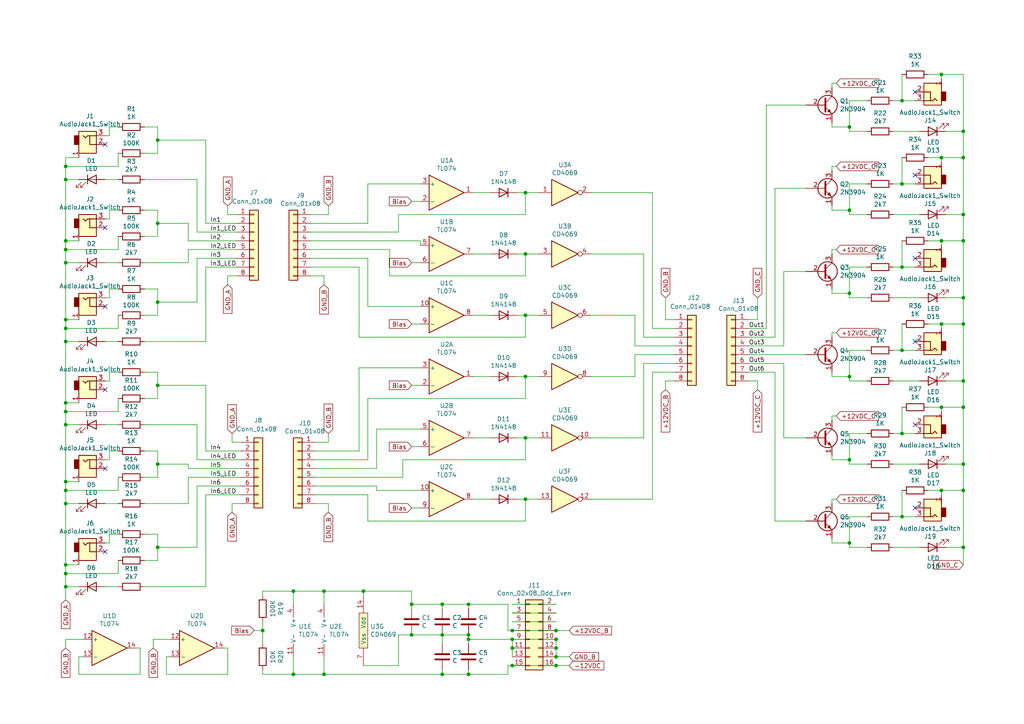
<source format=kicad_sch>
(kicad_sch (version 20250114) (generator "eeschema") (generator_version "9.0")
  (paper "A4")
  (junction (at 279.4 158.75))
  (junction (at 273.05 21.59))
  (junction (at 261.62 101.6))
  (junction (at 152.4 127))
  (junction (at 19.05 139.7))
  (junction (at 161.29 185.42))
  (junction (at 93.98 195.58))
  (junction (at 85.09 171.45))
  (junction (at 279.4 142.24))
  (junction (at 19.05 119.38))
  (junction (at 273.05 45.72))
  (junction (at 135.89 195.58))
  (junction (at 273.05 118.11))
  (junction (at 19.05 92.71))
  (junction (at 273.05 69.85))
  (junction (at 261.62 149.86))
  (junction (at 45.72 87.63))
  (junction (at 45.72 64.77))
  (junction (at 19.05 99.06))
  (junction (at 161.29 193.04))
  (junction (at 246.38 36.83))
  (junction (at 45.72 134.62))
  (junction (at 76.2 182.88))
  (junction (at 19.05 142.24))
  (junction (at 152.4 144.78))
  (junction (at 148.59 182.88))
  (junction (at 148.59 193.04))
  (junction (at 119.38 175.26))
  (junction (at 152.4 109.22))
  (junction (at 105.41 171.45))
  (junction (at 19.05 146.05))
  (junction (at 85.09 195.58))
  (junction (at 279.4 86.36))
  (junction (at 19.05 72.39))
  (junction (at 279.4 62.23))
  (junction (at 161.29 182.88))
  (junction (at 279.4 118.11))
  (junction (at 19.05 123.19))
  (junction (at 246.38 133.35))
  (junction (at 261.62 53.34))
  (junction (at 135.89 175.26))
  (junction (at 246.38 157.48))
  (junction (at 273.05 93.98))
  (junction (at 19.05 95.25))
  (junction (at 279.4 38.1))
  (junction (at 19.05 52.07))
  (junction (at 246.38 60.96))
  (junction (at 128.27 184.15))
  (junction (at 93.98 171.45))
  (junction (at 19.05 76.2))
  (junction (at 279.4 45.72))
  (junction (at 135.89 184.15))
  (junction (at 246.38 85.09))
  (junction (at 279.4 69.85))
  (junction (at 148.59 185.42))
  (junction (at 45.72 40.64))
  (junction (at 19.05 170.18))
  (junction (at 19.05 166.37))
  (junction (at 119.38 184.15))
  (junction (at 261.62 77.47))
  (junction (at 273.05 142.24))
  (junction (at 279.4 93.98))
  (junction (at 246.38 109.22))
  (junction (at 161.29 190.5))
  (junction (at 279.4 134.62))
  (junction (at 152.4 55.88))
  (junction (at 45.72 111.76))
  (junction (at 161.29 187.96))
  (junction (at 19.05 69.85))
  (junction (at 19.05 48.26))
  (junction (at 135.89 185.42))
  (junction (at 45.72 158.75))
  (junction (at 261.62 125.73))
  (junction (at 152.4 73.66))
  (junction (at 19.05 163.83))
  (junction (at 128.27 195.58))
  (junction (at 148.59 187.96))
  (junction (at 152.4 91.44))
  (junction (at 19.05 116.84))
  (junction (at 128.27 175.26))
  (junction (at 261.62 29.21))
  (junction (at 279.4 110.49))
  (no_connect (at 265.43 74.93))
  (no_connect (at 30.48 160.02))
  (no_connect (at 30.48 88.9))
  (no_connect (at 30.48 66.04))
  (no_connect (at 265.43 123.19))
  (no_connect (at 30.48 41.91))
  (no_connect (at 265.43 147.32))
  (no_connect (at 30.48 135.89))
  (no_connect (at 265.43 50.8))
  (no_connect (at 30.48 113.03))
  (no_connect (at 265.43 26.67))
  (no_connect (at 265.43 99.06))
  (wire (pts (xy 41.91 60.96) (xy 45.72 60.96)))
  (wire (pts (xy 273.05 45.72) (xy 273.05 46.99)))
  (wire (pts (xy 224.79 151.13) (xy 233.68 151.13)))
  (wire (pts (xy 93.98 80.01) (xy 93.98 82.55)))
  (wire (pts (xy 241.3 36.83) (xy 246.38 36.83)))
  (wire (pts (xy 109.22 135.89) (xy 109.22 124.46)))
  (wire (pts (xy 39.37 187.96) (xy 40.64 187.96)))
  (wire (pts (xy 242.57 96.52) (xy 241.3 96.52)))
  (wire (pts (xy 31.75 133.35) (xy 31.75 130.81)))
  (wire (pts (xy 19.05 69.85) (xy 22.86 69.85)))
  (wire (pts (xy 195.58 95.25) (xy 189.23 95.25)))
  (wire (pts (xy 45.72 134.62) (xy 45.72 138.43)))
  (wire (pts (xy 219.71 92.71) (xy 219.71 86.36)))
  (wire (pts (xy 135.89 195.58) (xy 147.32 195.58)))
  (wire (pts (xy 137.16 144.78) (xy 142.24 144.78)))
  (wire (pts (xy 217.17 107.95) (xy 224.79 107.95)))
  (wire (pts (xy 45.72 107.95) (xy 45.72 111.76)))
  (wire (pts (xy 90.17 80.01) (xy 93.98 80.01)))
  (wire (pts (xy 19.05 185.42) (xy 19.05 187.96)))
  (wire (pts (xy 246.38 101.6) (xy 246.38 109.22)))
  (wire (pts (xy 161.29 193.04) (xy 148.59 193.04)))
  (wire (pts (xy 217.17 92.71) (xy 219.71 92.71)))
  (wire (pts (xy 227.33 105.41) (xy 227.33 127)))
  (wire (pts (xy 274.32 38.1) (xy 279.4 38.1)))
  (wire (pts (xy 34.29 142.24) (xy 19.05 142.24)))
  (wire (pts (xy 44.45 185.42) (xy 44.45 187.96)))
  (wire (pts (xy 184.15 109.22) (xy 171.45 109.22)))
  (wire (pts (xy 193.04 86.36) (xy 193.04 92.71)))
  (wire (pts (xy 269.24 93.98) (xy 273.05 93.98)))
  (wire (pts (xy 279.4 69.85) (xy 273.05 69.85)))
  (wire (pts (xy 148.59 190.5) (xy 148.59 187.96)))
  (wire (pts (xy 106.68 143.51) (xy 106.68 151.13)))
  (wire (pts (xy 30.48 157.48) (xy 31.75 157.48)))
  (wire (pts (xy 261.62 142.24) (xy 261.62 149.86)))
  (wire (pts (xy 161.29 180.34) (xy 148.59 180.34)))
  (wire (pts (xy 41.91 76.2) (xy 54.61 76.2)))
  (wire (pts (xy 76.2 182.88) (xy 73.66 182.88)))
  (wire (pts (xy 261.62 118.11) (xy 261.62 125.73)))
  (wire (pts (xy 106.68 88.9) (xy 121.92 88.9)))
  (wire (pts (xy 279.4 142.24) (xy 279.4 158.75)))
  (wire (pts (xy 279.4 45.72) (xy 273.05 45.72)))
  (wire (pts (xy 161.29 185.42) (xy 161.29 187.96)))
  (wire (pts (xy 149.86 109.22) (xy 152.4 109.22)))
  (wire (pts (xy 241.3 85.09) (xy 246.38 85.09)))
  (wire (pts (xy 54.61 138.43) (xy 54.61 146.05)))
  (wire (pts (xy 95.25 62.23) (xy 90.17 62.23)))
  (wire (pts (xy 57.15 52.07) (xy 57.15 67.31)))
  (wire (pts (xy 105.41 171.45) (xy 105.41 172.72)))
  (wire (pts (xy 119.38 175.26) (xy 128.27 175.26)))
  (wire (pts (xy 246.38 85.09) (xy 246.38 86.36)))
  (wire (pts (xy 19.05 142.24) (xy 19.05 146.05)))
  (wire (pts (xy 135.89 175.26) (xy 128.27 175.26)))
  (wire (pts (xy 41.91 154.94) (xy 45.72 154.94)))
  (wire (pts (xy 246.38 133.35) (xy 246.38 134.62)))
  (wire (pts (xy 259.08 134.62) (xy 266.7 134.62)))
  (wire (pts (xy 241.3 109.22) (xy 246.38 109.22)))
  (wire (pts (xy 66.04 187.96) (xy 66.04 195.58)))
  (wire (pts (xy 76.2 186.69) (xy 76.2 182.88)))
  (wire (pts (xy 269.24 45.72) (xy 273.05 45.72)))
  (wire (pts (xy 76.2 182.88) (xy 76.2 180.34)))
  (wire (pts (xy 149.86 127) (xy 152.4 127)))
  (wire (pts (xy 269.24 118.11) (xy 273.05 118.11)))
  (wire (pts (xy 222.25 30.48) (xy 233.68 30.48)))
  (wire (pts (xy 279.4 86.36) (xy 279.4 93.98)))
  (wire (pts (xy 246.38 36.83) (xy 246.38 38.1)))
  (wire (pts (xy 184.15 91.44) (xy 184.15 100.33)))
  (wire (pts (xy 19.05 99.06) (xy 19.05 116.84)))
  (wire (pts (xy 31.75 63.5) (xy 31.75 60.96)))
  (wire (pts (xy 152.4 127) (xy 156.21 127)))
  (wire (pts (xy 115.57 67.31) (xy 115.57 62.23)))
  (wire (pts (xy 30.48 63.5) (xy 31.75 63.5)))
  (wire (pts (xy 217.17 95.25) (xy 222.25 95.25)))
  (wire (pts (xy 186.69 105.41) (xy 186.69 127)))
  (wire (pts (xy 152.4 62.23) (xy 152.4 55.88)))
  (wire (pts (xy 241.3 107.95) (xy 241.3 109.22)))
  (wire (pts (xy 137.16 55.88) (xy 142.24 55.88)))
  (wire (pts (xy 261.62 101.6) (xy 265.43 101.6)))
  (wire (pts (xy 241.3 156.21) (xy 241.3 157.48)))
  (wire (pts (xy 68.58 72.39) (xy 54.61 72.39)))
  (wire (pts (xy 147.32 175.26) (xy 135.89 175.26)))
  (wire (pts (xy 279.4 21.59) (xy 273.05 21.59)))
  (wire (pts (xy 137.16 127) (xy 142.24 127)))
  (wire (pts (xy 57.15 87.63) (xy 45.72 87.63)))
  (wire (pts (xy 19.05 139.7) (xy 22.86 139.7)))
  (wire (pts (xy 279.4 21.59) (xy 279.4 38.1)))
  (wire (pts (xy 251.46 149.86) (xy 246.38 149.86)))
  (wire (pts (xy 261.62 93.98) (xy 261.62 101.6)))
  (wire (pts (xy 40.64 187.96) (xy 40.64 195.58)))
  (wire (pts (xy 91.44 130.81) (xy 104.14 130.81)))
  (wire (pts (xy 246.38 134.62) (xy 251.46 134.62)))
  (wire (pts (xy 40.64 195.58) (xy 22.86 195.58)))
  (wire (pts (xy 45.72 111.76) (xy 45.72 115.57)))
  (wire (pts (xy 261.62 29.21) (xy 265.43 29.21)))
  (wire (pts (xy 34.29 162.56) (xy 34.29 166.37)))
  (wire (pts (xy 91.44 133.35) (xy 106.68 133.35)))
  (wire (pts (xy 68.58 77.47) (xy 59.69 77.47)))
  (wire (pts (xy 45.72 68.58) (xy 41.91 68.58)))
  (wire (pts (xy 41.91 130.81) (xy 45.72 130.81)))
  (wire (pts (xy 19.05 139.7) (xy 19.05 142.24)))
  (wire (pts (xy 241.3 24.13) (xy 241.3 25.4)))
  (wire (pts (xy 165.1 193.04) (xy 161.29 193.04)))
  (wire (pts (xy 68.58 64.77) (xy 59.69 64.77)))
  (wire (pts (xy 261.62 21.59) (xy 261.62 29.21)))
  (wire (pts (xy 59.69 40.64) (xy 45.72 40.64)))
  (wire (pts (xy 109.22 124.46) (xy 121.92 124.46)))
  (wire (pts (xy 69.85 140.97) (xy 57.15 140.97)))
  (wire (pts (xy 19.05 146.05) (xy 19.05 163.83)))
  (wire (pts (xy 261.62 69.85) (xy 261.62 77.47)))
  (wire (pts (xy 128.27 194.31) (xy 128.27 195.58)))
  (wire (pts (xy 41.91 146.05) (xy 54.61 146.05)))
  (wire (pts (xy 128.27 186.69) (xy 128.27 184.15)))
  (wire (pts (xy 115.57 62.23) (xy 152.4 62.23)))
  (wire (pts (xy 34.29 72.39) (xy 19.05 72.39)))
  (wire (pts (xy 45.72 40.64) (xy 45.72 44.45)))
  (wire (pts (xy 152.4 73.66) (xy 156.21 73.66)))
  (wire (pts (xy 19.05 72.39) (xy 19.05 76.2)))
  (wire (pts (xy 261.62 53.34) (xy 265.43 53.34)))
  (wire (pts (xy 147.32 195.58) (xy 147.32 193.04)))
  (wire (pts (xy 90.17 74.93) (xy 106.68 74.93)))
  (wire (pts (xy 109.22 142.24) (xy 121.92 142.24)))
  (wire (pts (xy 241.3 72.39) (xy 241.3 73.66)))
  (wire (pts (xy 274.32 158.75) (xy 279.4 158.75)))
  (wire (pts (xy 45.72 60.96) (xy 45.72 64.77)))
  (wire (pts (xy 227.33 100.33) (xy 217.17 100.33)))
  (wire (pts (xy 85.09 171.45) (xy 93.98 171.45)))
  (wire (pts (xy 31.75 157.48) (xy 31.75 154.94)))
  (wire (pts (xy 241.3 120.65) (xy 241.3 121.92)))
  (wire (pts (xy 241.3 144.78) (xy 241.3 146.05)))
  (wire (pts (xy 259.08 53.34) (xy 261.62 53.34)))
  (wire (pts (xy 57.15 123.19) (xy 57.15 133.35)))
  (wire (pts (xy 233.68 102.87) (xy 217.17 102.87)))
  (wire (pts (xy 224.79 97.79) (xy 217.17 97.79)))
  (wire (pts (xy 186.69 127) (xy 171.45 127)))
  (wire (pts (xy 19.05 52.07) (xy 19.05 69.85)))
  (wire (pts (xy 34.29 52.07) (xy 30.48 52.07)))
  (wire (pts (xy 45.72 138.43) (xy 41.91 138.43)))
  (wire (pts (xy 259.08 38.1) (xy 266.7 38.1)))
  (wire (pts (xy 184.15 100.33) (xy 195.58 100.33)))
  (wire (pts (xy 69.85 146.05) (xy 67.31 146.05)))
  (wire (pts (xy 19.05 92.71) (xy 19.05 95.25)))
  (wire (pts (xy 59.69 111.76) (xy 59.69 130.81)))
  (wire (pts (xy 31.75 60.96) (xy 34.29 60.96)))
  (wire (pts (xy 184.15 102.87) (xy 184.15 109.22)))
  (wire (pts (xy 217.17 110.49) (xy 219.71 110.49)))
  (wire (pts (xy 137.16 91.44) (xy 142.24 91.44)))
  (wire (pts (xy 246.38 38.1) (xy 251.46 38.1)))
  (wire (pts (xy 104.14 130.81) (xy 104.14 106.68)))
  (wire (pts (xy 95.25 59.69) (xy 95.25 62.23)))
  (wire (pts (xy 19.05 116.84) (xy 19.05 119.38)))
  (wire (pts (xy 19.05 123.19) (xy 19.05 139.7)))
  (wire (pts (xy 68.58 62.23) (xy 66.04 62.23)))
  (wire (pts (xy 95.25 128.27) (xy 91.44 128.27)))
  (wire (pts (xy 45.72 64.77) (xy 45.72 68.58)))
  (wire (pts (xy 152.4 133.35) (xy 152.4 127)))
  (wire (pts (xy 135.89 185.42) (xy 135.89 184.15)))
  (wire (pts (xy 57.15 133.35) (xy 69.85 133.35)))
  (wire (pts (xy 269.24 142.24) (xy 273.05 142.24)))
  (wire (pts (xy 119.38 76.2) (xy 121.92 76.2)))
  (wire (pts (xy 59.69 143.51) (xy 59.69 170.18)))
  (wire (pts (xy 279.4 69.85) (xy 279.4 86.36)))
  (wire (pts (xy 22.86 76.2) (xy 19.05 76.2)))
  (wire (pts (xy 69.85 128.27) (xy 67.31 128.27)))
  (wire (pts (xy 41.91 170.18) (xy 59.69 170.18)))
  (wire (pts (xy 251.46 29.21) (xy 246.38 29.21)))
  (wire (pts (xy 128.27 195.58) (xy 135.89 195.58)))
  (wire (pts (xy 34.29 68.58) (xy 34.29 72.39)))
  (wire (pts (xy 135.89 175.26) (xy 135.89 176.53)))
  (wire (pts (xy 261.62 125.73) (xy 265.43 125.73)))
  (wire (pts (xy 59.69 77.47) (xy 59.69 99.06)))
  (wire (pts (xy 273.05 69.85) (xy 273.05 71.12)))
  (wire (pts (xy 69.85 143.51) (xy 59.69 143.51)))
  (wire (pts (xy 90.17 64.77) (xy 106.68 64.77)))
  (wire (pts (xy 161.29 185.42) (xy 148.59 185.42)))
  (wire (pts (xy 91.44 135.89) (xy 109.22 135.89)))
  (wire (pts (xy 64.77 187.96) (xy 66.04 187.96)))
  (wire (pts (xy 41.91 107.95) (xy 45.72 107.95)))
  (wire (pts (xy 67.31 128.27) (xy 67.31 125.73)))
  (wire (pts (xy 246.38 109.22) (xy 246.38 110.49)))
  (wire (pts (xy 274.32 86.36) (xy 279.4 86.36)))
  (wire (pts (xy 34.29 95.25) (xy 19.05 95.25)))
  (wire (pts (xy 57.15 67.31) (xy 68.58 67.31)))
  (wire (pts (xy 57.15 74.93) (xy 57.15 87.63)))
  (wire (pts (xy 45.72 64.77) (xy 54.61 64.77)))
  (wire (pts (xy 121.92 129.54) (xy 119.38 129.54)))
  (wire (pts (xy 233.68 78.74) (xy 227.33 78.74)))
  (wire (pts (xy 34.29 166.37) (xy 19.05 166.37)))
  (wire (pts (xy 34.29 48.26) (xy 19.05 48.26)))
  (wire (pts (xy 246.38 29.21) (xy 246.38 36.83)))
  (wire (pts (xy 195.58 110.49) (xy 193.04 110.49)))
  (wire (pts (xy 19.05 170.18) (xy 19.05 173.99)))
  (wire (pts (xy 91.44 143.51) (xy 106.68 143.51)))
  (wire (pts (xy 45.72 111.76) (xy 59.69 111.76)))
  (wire (pts (xy 45.72 130.81) (xy 45.72 134.62)))
  (wire (pts (xy 152.4 80.01) (xy 152.4 73.66)))
  (wire (pts (xy 69.85 138.43) (xy 54.61 138.43)))
  (wire (pts (xy 121.92 69.85) (xy 121.92 71.12)))
  (wire (pts (xy 121.92 111.76) (xy 119.38 111.76)))
  (wire (pts (xy 104.14 106.68) (xy 121.92 106.68)))
  (wire (pts (xy 91.44 146.05) (xy 95.25 146.05)))
  (wire (pts (xy 171.45 73.66) (xy 186.69 73.66)))
  (wire (pts (xy 137.16 73.66) (xy 142.24 73.66)))
  (wire (pts (xy 241.3 96.52) (xy 241.3 97.79)))
  (wire (pts (xy 261.62 77.47) (xy 265.43 77.47)))
  (wire (pts (xy 34.29 44.45) (xy 34.29 48.26)))
  (wire (pts (xy 137.16 109.22) (xy 142.24 109.22)))
  (wire (pts (xy 19.05 95.25) (xy 19.05 99.06)))
  (wire (pts (xy 128.27 175.26) (xy 128.27 176.53)))
  (wire (pts (xy 149.86 144.78) (xy 152.4 144.78)))
  (wire (pts (xy 242.57 144.78) (xy 241.3 144.78)))
  (wire (pts (xy 165.1 190.5) (xy 161.29 190.5)))
  (wire (pts (xy 274.32 110.49) (xy 279.4 110.49)))
  (wire (pts (xy 22.86 170.18) (xy 19.05 170.18)))
  (wire (pts (xy 152.4 115.57) (xy 152.4 109.22)))
  (wire (pts (xy 57.15 140.97) (xy 57.15 158.75)))
  (wire (pts (xy 246.38 149.86) (xy 246.38 157.48)))
  (wire (pts (xy 19.05 48.26) (xy 19.05 52.07)))
  (wire (pts (xy 217.17 105.41) (xy 227.33 105.41)))
  (wire (pts (xy 41.91 36.83) (xy 45.72 36.83)))
  (wire (pts (xy 152.4 151.13) (xy 152.4 144.78)))
  (wire (pts (xy 41.91 52.07) (xy 57.15 52.07)))
  (wire (pts (xy 34.29 115.57) (xy 34.29 119.38)))
  (wire (pts (xy 224.79 54.61) (xy 224.79 97.79)))
  (wire (pts (xy 90.17 77.47) (xy 104.14 77.47)))
  (wire (pts (xy 24.13 185.42) (xy 19.05 185.42)))
  (wire (pts (xy 148.59 175.26) (xy 161.29 175.26)))
  (wire (pts (xy 31.75 39.37) (xy 31.75 36.83)))
  (wire (pts (xy 19.05 45.72) (xy 22.86 45.72)))
  (wire (pts (xy 31.75 36.83) (xy 34.29 36.83)))
  (wire (pts (xy 19.05 92.71) (xy 22.86 92.71)))
  (wire (pts (xy 113.03 80.01) (xy 152.4 80.01)))
  (wire (pts (xy 19.05 45.72) (xy 19.05 48.26)))
  (wire (pts (xy 259.08 125.73) (xy 261.62 125.73)))
  (wire (pts (xy 54.61 64.77) (xy 54.61 69.85)))
  (wire (pts (xy 106.68 64.77) (xy 106.68 53.34)))
  (wire (pts (xy 34.29 119.38) (xy 19.05 119.38)))
  (wire (pts (xy 273.05 118.11) (xy 273.05 119.38)))
  (wire (pts (xy 119.38 58.42) (xy 121.92 58.42)))
  (wire (pts (xy 19.05 163.83) (xy 19.05 166.37)))
  (wire (pts (xy 152.4 97.79) (xy 152.4 91.44)))
  (wire (pts (xy 105.41 193.04) (xy 115.57 193.04)))
  (wire (pts (xy 128.27 184.15) (xy 135.89 184.15)))
  (wire (pts (xy 241.3 83.82) (xy 241.3 85.09)))
  (wire (pts (xy 246.38 110.49) (xy 251.46 110.49)))
  (wire (pts (xy 30.48 110.49) (xy 31.75 110.49)))
  (wire (pts (xy 90.17 72.39) (xy 113.03 72.39)))
  (wire (pts (xy 76.2 171.45) (xy 76.2 172.72)))
  (wire (pts (xy 171.45 91.44) (xy 184.15 91.44)))
  (wire (pts (xy 106.68 53.34) (xy 121.92 53.34)))
  (wire (pts (xy 148.59 182.88) (xy 147.32 182.88)))
  (wire (pts (xy 67.31 146.05) (xy 67.31 148.59)))
  (wire (pts (xy 45.72 115.57) (xy 41.91 115.57)))
  (wire (pts (xy 186.69 97.79) (xy 195.58 97.79)))
  (wire (pts (xy 105.41 171.45) (xy 119.38 171.45)))
  (wire (pts (xy 54.61 134.62) (xy 45.72 134.62)))
  (wire (pts (xy 66.04 80.01) (xy 66.04 82.55)))
  (wire (pts (xy 59.69 130.81) (xy 69.85 130.81)))
  (wire (pts (xy 195.58 102.87) (xy 184.15 102.87)))
  (wire (pts (xy 119.38 175.26) (xy 119.38 176.53)))
  (wire (pts (xy 22.86 195.58) (xy 22.86 190.5)))
  (wire (pts (xy 241.3 157.48) (xy 246.38 157.48)))
  (wire (pts (xy 85.09 171.45) (xy 76.2 171.45)))
  (wire (pts (xy 152.4 144.78) (xy 156.21 144.78)))
  (wire (pts (xy 149.86 91.44) (xy 152.4 91.44)))
  (wire (pts (xy 45.72 91.44) (xy 41.91 91.44)))
  (wire (pts (xy 30.48 39.37) (xy 31.75 39.37)))
  (wire (pts (xy 259.08 29.21) (xy 261.62 29.21)))
  (wire (pts (xy 91.44 140.97) (xy 109.22 140.97)))
  (wire (pts (xy 279.4 134.62) (xy 279.4 142.24)))
  (wire (pts (xy 269.24 21.59) (xy 273.05 21.59)))
  (wire (pts (xy 30.48 86.36) (xy 31.75 86.36)))
  (wire (pts (xy 106.68 115.57) (xy 152.4 115.57)))
  (wire (pts (xy 186.69 73.66) (xy 186.69 97.79)))
  (wire (pts (xy 19.05 116.84) (xy 22.86 116.84)))
  (wire (pts (xy 241.3 133.35) (xy 246.38 133.35)))
  (wire (pts (xy 41.91 99.06) (xy 59.69 99.06)))
  (wire (pts (xy 246.38 77.47) (xy 246.38 85.09)))
  (wire (pts (xy 259.08 158.75) (xy 266.7 158.75)))
  (wire (pts (xy 241.3 35.56) (xy 241.3 36.83)))
  (wire (pts (xy 31.75 83.82) (xy 34.29 83.82)))
  (wire (pts (xy 242.57 120.65) (xy 241.3 120.65)))
  (wire (pts (xy 31.75 107.95) (xy 34.29 107.95)))
  (wire (pts (xy 49.53 185.42) (xy 44.45 185.42)))
  (wire (pts (xy 85.09 195.58) (xy 93.98 195.58)))
  (wire (pts (xy 189.23 144.78) (xy 171.45 144.78)))
  (wire (pts (xy 135.89 195.58) (xy 135.89 194.31)))
  (wire (pts (xy 91.44 138.43) (xy 116.84 138.43)))
  (wire (pts (xy 241.3 48.26) (xy 241.3 49.53)))
  (wire (pts (xy 259.08 110.49) (xy 266.7 110.49)))
  (wire (pts (xy 147.32 193.04) (xy 148.59 193.04)))
  (wire (pts (xy 34.29 170.18) (xy 30.48 170.18)))
  (wire (pts (xy 147.32 182.88) (xy 147.32 175.26)))
  (wire (pts (xy 22.86 190.5) (xy 24.13 190.5)))
  (wire (pts (xy 113.03 72.39) (xy 113.03 80.01)))
  (wire (pts (xy 246.38 158.75) (xy 251.46 158.75)))
  (wire (pts (xy 161.29 177.8) (xy 148.59 177.8)))
  (wire (pts (xy 90.17 67.31) (xy 115.57 67.31)))
  (wire (pts (xy 246.38 62.23) (xy 251.46 62.23)))
  (wire (pts (xy 45.72 36.83) (xy 45.72 40.64)))
  (wire (pts (xy 233.68 54.61) (xy 224.79 54.61)))
  (wire (pts (xy 90.17 69.85) (xy 121.92 69.85)))
  (wire (pts (xy 279.4 45.72) (xy 279.4 62.23)))
  (wire (pts (xy 274.32 134.62) (xy 279.4 134.62)))
  (wire (pts (xy 34.29 99.06) (xy 30.48 99.06)))
  (wire (pts (xy 48.26 195.58) (xy 48.26 190.5)))
  (wire (pts (xy 246.38 86.36) (xy 251.46 86.36)))
  (wire (pts (xy 106.68 151.13) (xy 152.4 151.13)))
  (wire (pts (xy 45.72 44.45) (xy 41.91 44.45)))
  (wire (pts (xy 259.08 62.23) (xy 266.7 62.23)))
  (wire (pts (xy 227.33 127) (xy 233.68 127)))
  (wire (pts (xy 246.38 60.96) (xy 246.38 62.23)))
  (wire (pts (xy 273.05 21.59) (xy 273.05 22.86)))
  (wire (pts (xy 251.46 77.47) (xy 246.38 77.47)))
  (wire (pts (xy 246.38 125.73) (xy 246.38 133.35)))
  (wire (pts (xy 54.61 72.39) (xy 54.61 76.2)))
  (wire (pts (xy 261.62 45.72) (xy 261.62 53.34)))
  (wire (pts (xy 219.71 110.49) (xy 219.71 113.03)))
  (wire (pts (xy 109.22 140.97) (xy 109.22 142.24)))
  (wire (pts (xy 95.25 146.05) (xy 95.25 148.59)))
  (wire (pts (xy 106.68 74.93) (xy 106.68 88.9)))
  (wire (pts (xy 121.92 147.32) (xy 119.38 147.32)))
  (wire (pts (xy 93.98 171.45) (xy 105.41 171.45)))
  (wire (pts (xy 69.85 135.89) (xy 54.61 135.89)))
  (wire (pts (xy 259.08 86.36) (xy 266.7 86.36)))
  (wire (pts (xy 273.05 93.98) (xy 273.05 95.25)))
  (wire (pts (xy 68.58 80.01) (xy 66.04 80.01)))
  (wire (pts (xy 148.59 185.42) (xy 135.89 185.42)))
  (wire (pts (xy 152.4 91.44) (xy 156.21 91.44)))
  (wire (pts (xy 115.57 193.04) (xy 115.57 184.15)))
  (wire (pts (xy 241.3 60.96) (xy 246.38 60.96)))
  (wire (pts (xy 274.32 62.23) (xy 279.4 62.23)))
  (wire (pts (xy 115.57 184.15) (xy 119.38 184.15)))
  (wire (pts (xy 269.24 69.85) (xy 273.05 69.85)))
  (wire (pts (xy 135.89 186.69) (xy 135.89 185.42)))
  (wire (pts (xy 259.08 149.86) (xy 261.62 149.86)))
  (wire (pts (xy 242.57 72.39) (xy 241.3 72.39)))
  (wire (pts (xy 85.09 195.58) (xy 76.2 195.58)))
  (wire (pts (xy 31.75 86.36) (xy 31.75 83.82)))
  (wire (pts (xy 66.04 195.58) (xy 48.26 195.58)))
  (wire (pts (xy 31.75 154.94) (xy 34.29 154.94)))
  (wire (pts (xy 106.68 133.35) (xy 106.68 115.57)))
  (wire (pts (xy 93.98 171.45) (xy 93.98 175.26)))
  (wire (pts (xy 279.4 110.49) (xy 279.4 118.11)))
  (wire (pts (xy 19.05 166.37) (xy 19.05 170.18)))
  (wire (pts (xy 279.4 93.98) (xy 279.4 110.49)))
  (wire (pts (xy 30.48 133.35) (xy 31.75 133.35)))
  (wire (pts (xy 45.72 87.63) (xy 45.72 91.44)))
  (wire (pts (xy 31.75 130.81) (xy 34.29 130.81)))
  (wire (pts (xy 22.86 52.07) (xy 19.05 52.07)))
  (wire (pts (xy 19.05 163.83) (xy 22.86 163.83)))
  (wire (pts (xy 34.29 146.05) (xy 30.48 146.05)))
  (wire (pts (xy 31.75 110.49) (xy 31.75 107.95)))
  (wire (pts (xy 119.38 184.15) (xy 128.27 184.15)))
  (wire (pts (xy 54.61 135.89) (xy 54.61 134.62)))
  (wire (pts (xy 279.4 118.11) (xy 273.05 118.11)))
  (wire (pts (xy 259.08 101.6) (xy 261.62 101.6)))
  (wire (pts (xy 54.61 69.85) (xy 68.58 69.85)))
  (wire (pts (xy 85.09 190.5) (xy 85.09 195.58)))
  (wire (pts (xy 45.72 83.82) (xy 45.72 87.63)))
  (wire (pts (xy 57.15 158.75) (xy 45.72 158.75)))
  (wire (pts (xy 246.38 157.48) (xy 246.38 158.75)))
  (wire (pts (xy 195.58 105.41) (xy 186.69 105.41)))
  (wire (pts (xy 161.29 182.88) (xy 148.59 182.88)))
  (wire (pts (xy 189.23 55.88) (xy 171.45 55.88)))
  (wire (pts (xy 251.46 125.73) (xy 246.38 125.73)))
  (wire (pts (xy 222.25 95.25) (xy 222.25 30.48)))
  (wire (pts (xy 148.59 187.96) (xy 148.59 185.42)))
  (wire (pts (xy 59.69 64.77) (xy 59.69 40.64)))
  (wire (pts (xy 41.91 83.82) (xy 45.72 83.82)))
  (wire (pts (xy 259.08 77.47) (xy 261.62 77.47)))
  (wire (pts (xy 189.23 95.25) (xy 189.23 55.88)))
  (wire (pts (xy 76.2 195.58) (xy 76.2 194.31)))
  (wire (pts (xy 104.14 77.47) (xy 104.14 97.79)))
  (wire (pts (xy 19.05 119.38) (xy 19.05 123.19)))
  (wire (pts (xy 45.72 154.94) (xy 45.72 158.75)))
  (wire (pts (xy 45.72 158.75) (xy 45.72 162.56)))
  (wire (pts (xy 19.05 69.85) (xy 19.05 72.39)))
  (wire (pts (xy 224.79 107.95) (xy 224.79 151.13)))
  (wire (pts (xy 34.29 138.43) (xy 34.29 142.24)))
  (wire (pts (xy 279.4 93.98) (xy 273.05 93.98)))
  (wire (pts (xy 34.29 91.44) (xy 34.29 95.25)))
  (wire (pts (xy 45.72 162.56) (xy 41.91 162.56)))
  (wire (pts (xy 251.46 53.34) (xy 246.38 53.34)))
  (wire (pts (xy 246.38 53.34) (xy 246.38 60.96)))
  (wire (pts (xy 195.58 107.95) (xy 189.23 107.95)))
  (wire (pts (xy 241.3 132.08) (xy 241.3 133.35)))
  (wire (pts (xy 261.62 149.86) (xy 265.43 149.86)))
  (wire (pts (xy 95.25 125.73) (xy 95.25 128.27)))
  (wire (pts (xy 279.4 142.24) (xy 273.05 142.24)))
  (wire (pts (xy 161.29 187.96) (xy 161.29 190.5)))
  (wire (pts (xy 227.33 78.74) (xy 227.33 100.33)))
  (wire (pts (xy 66.04 62.23) (xy 66.04 59.69)))
  (wire (pts (xy 68.58 74.93) (xy 57.15 74.93)))
  (wire (pts (xy 241.3 59.69) (xy 241.3 60.96)))
  (wire (pts (xy 279.4 163.83) (xy 279.4 158.75)))
  (wire (pts (xy 85.09 175.26) (xy 85.09 171.45)))
  (wire (pts (xy 22.86 123.19) (xy 19.05 123.19)))
  (wire (pts (xy 193.04 92.71) (xy 195.58 92.71)))
  (wire (pts (xy 165.1 182.88) (xy 161.29 182.88)))
  (wire (pts (xy 34.29 76.2) (xy 30.48 76.2)))
  (wire (pts (xy 22.86 146.05) (xy 19.05 146.05)))
  (wire (pts (xy 19.05 76.2) (xy 19.05 92.71)))
  (wire (pts (xy 34.29 123.19) (xy 30.48 123.19)))
  (wire (pts (xy 116.84 138.43) (xy 116.84 133.35)))
  (wire (pts (xy 128.27 195.58) (xy 93.98 195.58)))
  (wire (pts (xy 279.4 62.23) (xy 279.4 69.85)))
  (wire (pts (xy 121.92 93.98) (xy 119.38 93.98)))
  (wire (pts (xy 149.86 73.66) (xy 152.4 73.66)))
  (wire (pts (xy 242.57 48.26) (xy 241.3 48.26)))
  (wire (pts (xy 41.91 123.19) (xy 57.15 123.19)))
  (wire (pts (xy 104.14 97.79) (xy 152.4 97.79)))
  (wire (pts (xy 273.05 142.24) (xy 273.05 143.51)))
  (wire (pts (xy 279.4 118.11) (xy 279.4 134.62)))
  (wire (pts (xy 152.4 55.88) (xy 156.21 55.88)))
  (wire (pts (xy 193.04 110.49) (xy 193.04 113.03)))
  (wire (pts (xy 152.4 109.22) (xy 156.21 109.22)))
  (wire (pts (xy 22.86 99.06) (xy 19.05 99.06)))
  (wire (pts (xy 149.86 55.88) (xy 152.4 55.88)))
  (wire (pts (xy 251.46 101.6) (xy 246.38 101.6)))
  (wire (pts (xy 48.26 190.5) (xy 49.53 190.5)))
  (wire (pts (xy 119.38 171.45) (xy 119.38 175.26)))
  (wire (pts (xy 189.23 107.95) (xy 189.23 144.78)))
  (wire (pts (xy 279.4 38.1) (xy 279.4 45.72)))
  (wire (pts (xy 116.84 133.35) (xy 152.4 133.35)))
  (wire (pts (xy 242.57 24.13) (xy 241.3 24.13)))
  (wire (pts (xy 93.98 195.58) (xy 93.98 190.5)))
  (label "In3_LED" (at 60.96 77.47 0))
  (label "In4" (at 60.96 130.81 0))
  (label "In5" (at 60.96 135.89 0))
  (label "In6" (at 60.96 140.97 0))
  (label "Out1" (at 217.17 95.25 0))
  (label "Out4" (at 217.17 102.87 0))
  (label "Out6" (at 217.17 107.95 0))
  (label "In5_LED" (at 60.96 138.43 0))
  (label "In1" (at 60.96 64.77 0))
  (label "In1_LED" (at 60.96 67.31 0))
  (label "In2_LED" (at 60.96 72.39 0))
  (label "In2" (at 60.96 69.85 0))
  (label "Out5" (at 217.17 105.41 0))
  (label "In3" (at 60.96 74.93 0))
  (label "In4_LED" (at 60.96 133.35 0))
  (label "Out3" (at 217.17 100.33 0))
  (label "In6_LED" (at 60.96 143.51 0))
  (label "Out2" (at 217.17 97.79 0))
  (global_label "GND_B" (shape input) (at 95.25 148.59 270) (property "Intersheetrefs" "${INTERSHEET_REFS}" (effects (hide yes))))
  (global_label "+12VDC_B" (shape input) (at 193.04 113.03 270) (property "Intersheetrefs" "${INTERSHEET_REFS}" (effects (hide yes))))
  (global_label "Bias" (shape input) (at 119.38 129.54 180) (property "Intersheetrefs" "${INTERSHEET_REFS}" (effects (hide yes))))
  (global_label "GND_B" (shape input) (at 19.05 187.96 270) (property "Intersheetrefs" "${INTERSHEET_REFS}" (effects (hide yes))))
  (global_label "-12VDC" (shape input) (at 165.1 193.04 0) (property "Intersheetrefs" "${INTERSHEET_REFS}" (effects (hide yes))))
  (global_label "Bias" (shape input) (at 119.38 58.42 180) (property "Intersheetrefs" "${INTERSHEET_REFS}" (effects (hide yes))))
  (global_label "+12VDC_C" (shape input) (at 242.57 120.65 0) (property "Intersheetrefs" "${INTERSHEET_REFS}" (effects (hide yes))))
  (global_label "+12VDC_C" (shape input) (at 219.71 113.03 270) (property "Intersheetrefs" "${INTERSHEET_REFS}" (effects (hide yes))))
  (global_label "GND_B" (shape input) (at 95.25 59.69 90) (property "Intersheetrefs" "${INTERSHEET_REFS}" (effects (hide yes))))
  (global_label "GND_A" (shape input) (at 67.31 125.73 90) (property "Intersheetrefs" "${INTERSHEET_REFS}" (effects (hide yes))))
  (global_label "GND_A" (shape input) (at 67.31 148.59 270) (property "Intersheetrefs" "${INTERSHEET_REFS}" (effects (hide yes))))
  (global_label "GND_B" (shape input) (at 165.1 190.5 0) (property "Intersheetrefs" "${INTERSHEET_REFS}" (effects (hide yes))))
  (global_label "+12VDC_C" (shape input) (at 242.57 144.78 0) (property "Intersheetrefs" "${INTERSHEET_REFS}" (effects (hide yes))))
  (global_label "+12VDC_C" (shape input) (at 242.57 24.13 0) (property "Intersheetrefs" "${INTERSHEET_REFS}" (effects (hide yes))))
  (global_label "Bias" (shape input) (at 119.38 93.98 180) (property "Intersheetrefs" "${INTERSHEET_REFS}" (effects (hide yes))))
  (global_label "+12VDC_C" (shape input) (at 242.57 72.39 0) (property "Intersheetrefs" "${INTERSHEET_REFS}" (effects (hide yes))))
  (global_label "+12VDC_C" (shape input) (at 242.57 96.52 0) (property "Intersheetrefs" "${INTERSHEET_REFS}" (effects (hide yes))))
  (global_label "GND_A" (shape input) (at 66.04 82.55 270) (property "Intersheetrefs" "${INTERSHEET_REFS}" (effects (hide yes))))
  (global_label "GND_B" (shape input) (at 193.04 86.36 90) (property "Intersheetrefs" "${INTERSHEET_REFS}" (effects (hide yes))))
  (global_label "GND_B" (shape input) (at 93.98 82.55 270) (property "Intersheetrefs" "${INTERSHEET_REFS}" (effects (hide yes))))
  (global_label "GND_A" (shape input) (at 66.04 59.69 90) (property "Intersheetrefs" "${INTERSHEET_REFS}" (effects (hide yes))))
  (global_label "Bias" (shape input) (at 119.38 111.76 180) (property "Intersheetrefs" "${INTERSHEET_REFS}" (effects (hide yes))))
  (global_label "GND_B" (shape input) (at 44.45 187.96 270) (property "Intersheetrefs" "${INTERSHEET_REFS}" (effects (hide yes))))
  (global_label "GND_B" (shape input) (at 95.25 125.73 90) (property "Intersheetrefs" "${INTERSHEET_REFS}" (effects (hide yes))))
  (global_label "+12VDC_B" (shape input) (at 165.1 182.88 0) (property "Intersheetrefs" "${INTERSHEET_REFS}" (effects (hide yes))))
  (global_label "GND_C" (shape input) (at 279.4 163.83 180) (property "Intersheetrefs" "${INTERSHEET_REFS}" (effects (hide yes))))
  (global_label "Bias" (shape input) (at 73.66 182.88 180) (property "Intersheetrefs" "${INTERSHEET_REFS}" (effects (hide yes))))
  (global_label "Bias" (shape input) (at 119.38 76.2 180) (property "Intersheetrefs" "${INTERSHEET_REFS}" (effects (hide yes))))
  (global_label "GND_C" (shape input) (at 219.71 86.36 90) (property "Intersheetrefs" "${INTERSHEET_REFS}" (effects (hide yes))))
  (global_label "Bias" (shape input) (at 119.38 147.32 180) (property "Intersheetrefs" "${INTERSHEET_REFS}" (effects (hide yes))))
  (global_label "+12VDC_C" (shape input) (at 242.57 48.26 0) (property "Intersheetrefs" "${INTERSHEET_REFS}" (effects (hide yes))))
  (global_label "GND_A" (shape input) (at 19.05 173.99 270) (property "Intersheetrefs" "${INTERSHEET_REFS}" (effects (hide yes))))
  (symbol (lib_id "Custom_Lib:CD4069") (at 163.83 55.88 0) (unit 1)
    (property "Reference" "U3" (at 163.83 47.8282 0))
    (property "Value" "CD4069" (at 163.83 50.1396 0))
    (property "Footprint" "Housings_DIP:DIP-14_W7.62mm_Socket" (effects (hide yes)))
  )
  (symbol (lib_id "Custom_Lib:CD4069") (at 163.83 73.66 0) (unit 2)
    (property "Reference" "U3" (at 163.83 65.6082 0))
    (property "Value" "CD4069" (at 163.83 67.9196 0))
    (property "Footprint" "Housings_DIP:DIP-14_W7.62mm_Socket" (effects (hide yes)))
  )
  (symbol (lib_id "Custom_Lib:CD4069") (at 163.83 91.44 0) (unit 3)
    (property "Reference" "U3" (at 163.83 83.3882 0))
    (property "Value" "CD4069" (at 163.83 85.6996 0))
    (property "Footprint" "Housings_DIP:DIP-14_W7.62mm_Socket" (effects (hide yes)))
  )
  (symbol (lib_id "Custom_Lib:CD4069") (at 163.83 109.22 0) (unit 4)
    (property "Reference" "U3" (at 163.83 101.1682 0))
    (property "Value" "CD4069" (at 163.83 103.4796 0))
    (property "Footprint" "Housings_DIP:DIP-14_W7.62mm_Socket" (effects (hide yes)))
  )
  (symbol (lib_id "Custom_Lib:CD4069") (at 163.83 127 0) (unit 5)
    (property "Reference" "U3" (at 163.83 118.9482 0))
    (property "Value" "CD4069" (at 163.83 121.2596 0))
    (property "Footprint" "Housings_DIP:DIP-14_W7.62mm_Socket" (effects (hide yes)))
  )
  (symbol (lib_id "Custom_Lib:CD4069") (at 163.83 144.78 0) (unit 6)
    (property "Reference" "U3" (at 163.83 136.7282 0))
    (property "Value" "CD4069" (at 163.83 139.0396 0))
    (property "Footprint" "Housings_DIP:DIP-14_W7.62mm_Socket" (effects (hide yes)))
  )
  (symbol (lib_id "Custom_Lib:CD4069") (at 105.41 182.88 0) (unit 7)
    (property "Reference" "U3" (at 107.3912 181.7116 0) (effects (justify left)))
    (property "Value" "CD4069" (at 107.3912 184.023 0) (effects (justify left)))
    (property "Footprint" "Housings_DIP:DIP-14_W7.62mm_Socket" (effects (hide yes)))
  )
  (symbol (lib_id "Amplifier_Operational:TL074") (at 129.54 55.88 0) (unit 1)
    (property "Reference" "U1" (at 129.54 46.5582 0))
    (property "Value" "TL074" (at 129.54 48.8696 0))
    (property "Footprint" "Housings_DIP:DIP-14_W7.62mm_Socket" (effects (hide yes)))
    (property "Datasheet" "http://www.ti.com/lit/ds/symlink/tl071.pdf" (effects (hide yes)))
  )
  (symbol (lib_id "Amplifier_Operational:TL074") (at 129.54 73.66 0) (unit 2)
    (property "Reference" "U1" (at 129.54 64.3382 0))
    (property "Value" "TL074" (at 129.54 66.6496 0))
    (property "Footprint" "Housings_DIP:DIP-14_W7.62mm_Socket" (effects (hide yes)))
    (property "Datasheet" "http://www.ti.com/lit/ds/symlink/tl071.pdf" (effects (hide yes)))
  )
  (symbol (lib_id "Amplifier_Operational:TL074") (at 129.54 91.44 0) (unit 3)
    (property "Reference" "U1" (at 129.54 82.1182 0))
    (property "Value" "TL074" (at 129.54 84.4296 0))
    (property "Footprint" "Housings_DIP:DIP-14_W7.62mm_Socket" (effects (hide yes)))
    (property "Datasheet" "http://www.ti.com/lit/ds/symlink/tl071.pdf" (effects (hide yes)))
  )
  (symbol (lib_id "Amplifier_Operational:TL074") (at 31.75 187.96 0) (unit 4)
    (property "Reference" "U1" (at 31.75 178.6382 0))
    (property "Value" "TL074" (at 31.75 180.9496 0))
    (property "Footprint" "Housings_DIP:DIP-14_W7.62mm_Socket" (effects (hide yes)))
    (property "Datasheet" "http://www.ti.com/lit/ds/symlink/tl071.pdf" (effects (hide yes)))
  )
  (symbol (lib_id "Amplifier_Operational:TL074") (at 129.54 109.22 0) (unit 1)
    (property "Reference" "U2" (at 129.54 99.8982 0))
    (property "Value" "TL074" (at 129.54 102.2096 0))
    (property "Footprint" "Housings_DIP:DIP-14_W7.62mm_Socket" (effects (hide yes)))
    (property "Datasheet" "http://www.ti.com/lit/ds/symlink/tl071.pdf" (effects (hide yes)))
  )
  (symbol (lib_id "Amplifier_Operational:TL074") (at 129.54 127 0) (unit 2)
    (property "Reference" "U2" (at 129.54 117.6782 0))
    (property "Value" "TL074" (at 129.54 119.9896 0))
    (property "Footprint" "Housings_DIP:DIP-14_W7.62mm_Socket" (effects (hide yes)))
    (property "Datasheet" "http://www.ti.com/lit/ds/symlink/tl071.pdf" (effects (hide yes)))
  )
  (symbol (lib_id "Amplifier_Operational:TL074") (at 129.54 144.78 0) (unit 3)
    (property "Reference" "U2" (at 129.54 135.4582 0))
    (property "Value" "TL074" (at 129.54 137.7696 0))
    (property "Footprint" "Housings_DIP:DIP-14_W7.62mm_Socket" (effects (hide yes)))
    (property "Datasheet" "http://www.ti.com/lit/ds/symlink/tl071.pdf" (effects (hide yes)))
  )
  (symbol (lib_id "Amplifier_Operational:TL074") (at 57.15 187.96 0) (unit 4)
    (property "Reference" "U2" (at 57.15 178.6382 0))
    (property "Value" "TL074" (at 57.15 180.9496 0))
    (property "Footprint" "Housings_DIP:DIP-14_W7.62mm_Socket" (effects (hide yes)))
    (property "Datasheet" "http://www.ti.com/lit/ds/symlink/tl071.pdf" (effects (hide yes)))
  )
  (symbol (lib_id "Amplifier_Operational:TL074") (at 96.52 182.88 0) (unit 5)
    (property "Reference" "U2" (at 95.4532 181.7116 0) (effects (justify left)))
    (property "Value" "TL074" (at 95.4532 184.023 0) (effects (justify left)))
    (property "Footprint" "Housings_DIP:DIP-14_W7.62mm_Socket" (effects (hide yes)))
    (property "Datasheet" "http://www.ti.com/lit/ds/symlink/tl071.pdf" (effects (hide yes)))
  )
  (symbol (lib_id "Amplifier_Operational:TL074") (at 87.63 182.88 0) (unit 5)
    (property "Reference" "U1" (at 86.5632 181.7116 0) (effects (justify left)))
    (property "Value" "TL074" (at 86.5632 184.023 0) (effects (justify left)))
    (property "Footprint" "Housings_DIP:DIP-14_W7.62mm_Socket" (effects (hide yes)))
    (property "Datasheet" "http://www.ti.com/lit/ds/symlink/tl071.pdf" (effects (hide yes)))
  )
  (symbol (lib_id "Diode:1N4148") (at 146.05 55.88 180) (unit 1)
    (property "Reference" "D7" (at 146.05 50.3936 0))
    (property "Value" "1N4148" (at 146.05 52.705 0))
    (property "Footprint" "Diodes_THT:D_DO-35_SOD27_P7.62mm_Horizontal" (effects (hide yes)))
    (property "Datasheet" "https://assets.nexperia.com/documents/data-sheet/1N4148_1N4448.pdf" (effects (hide yes)))
  )
  (symbol (lib_id "Transistor_BJT:2N3904") (at 238.76 30.48 0) (unit 1)
    (property "Reference" "Q1" (at 243.586 29.3116 0) (effects (justify left)))
    (property "Value" "2N3904" (at 243.586 31.623 0) (effects (justify left)))
    (property "Footprint" "TO_SOT_Packages_THT:TO-92_Inline_Wide" (effects (hide yes)))
    (property "Datasheet" "https://www.fairchildsemi.com/datasheets/2N/2N3904.pdf" (effects (hide yes)))
  )
  (symbol (lib_id "Device:LED") (at 26.67 52.07 0) (unit 1)
    (property "Reference" "D1" (at 26.4922 46.5836 0))
    (property "Value" "LED" (at 26.4922 48.895 0))
    (property "Footprint" "LEDs:LED_Rectangular_W3.9mm_H1.9mm" (effects (hide yes)))
  )
  (symbol (lib_id "Device:R") (at 38.1 36.83 270) (unit 1)
    (property "Reference" "R1" (at 38.1 31.5722 90))
    (property "Value" "1K" (at 38.1 33.8836 90))
    (property "Footprint" "Resistors_THT:R_Axial_DIN0207_L6.3mm_D2.5mm_P10.16mm_Horizontal" (effects (hide yes)))
  )
  (symbol (lib_id "Device:C") (at 119.38 180.34 0) (unit 1)
    (property "Reference" "C1" (at 122.301 179.1716 0) (effects (justify left)))
    (property "Value" "C" (at 122.301 181.483 0) (effects (justify left)))
    (property "Footprint" "Capacitors_THT:C_Disc_D5.0mm_W2.5mm_P2.50mm" (effects (hide yes)))
  )
  (symbol (lib_id "Connector_Generic:Conn_01x08") (at 73.66 69.85 0) (unit 1)
    (property "Reference" "J7" (at 72.39 55.88 0) (effects (justify left)))
    (property "Value" "Conn_01x08" (at 67.31 58.42 0) (effects (justify left)))
    (property "Footprint" "Pin_Headers:Pin_Header_Straight_1x08_Pitch2.54mm" (effects (hide yes)))
  )
  (symbol (lib_id "Connector_Generic:Conn_02x08_Odd_Even") (at 153.67 182.88 0) (unit 1)
    (property "Reference" "J11" (at 154.94 169.7482 0))
    (property "Value" "Conn_02x08_Odd_Even" (at 154.94 172.0596 0))
    (property "Footprint" "Pin_Headers:Pin_Header_Straight_2x08_Pitch2.54mm" (effects (hide yes)))
  )
  (symbol (lib_id "Custom_Lib:AudioJack1_Switch") (at 25.4 41.91 0) (unit 1)
    (property "Reference" "J1" (at 26.1112 33.655 0))
    (property "Value" "AudioJack1_Switch" (at 26.1112 35.9664 0))
    (property "Footprint" "Custom_Library:Mono_Jack_3.5mm_Switch_Switchcraft_35RAPC2AH3" (effects (hide yes)))
  )
  (symbol (lib_id "Connector_Generic:Conn_01x08") (at 74.93 135.89 0) (unit 1)
    (property "Reference" "J8" (at 73.66 121.92 0) (effects (justify left)))
    (property "Value" "Conn_01x08" (at 68.58 124.46 0) (effects (justify left)))
    (property "Footprint" "Pin_Headers:Pin_Header_Straight_1x08_Pitch2.54mm" (effects (hide yes)))
  )
  (symbol (lib_id "Connector_Generic:Conn_01x08") (at 85.09 69.85 0) (mirror y) (unit 1)
    (property "Reference" "J9" (at 87.1728 56.7182 0))
    (property "Value" "Conn_01x08" (at 87.1728 59.0296 0))
    (property "Footprint" "Pin_Headers:Pin_Header_Straight_1x08_Pitch2.54mm" (effects (hide yes)))
  )
  (symbol (lib_id "Connector_Generic:Conn_01x08") (at 86.36 135.89 0) (mirror y) (unit 1)
    (property "Reference" "J10" (at 88.4428 122.7582 0))
    (property "Value" "Conn_01x08" (at 88.4428 125.0696 0))
    (property "Footprint" "Pin_Headers:Pin_Header_Straight_1x08_Pitch2.54mm" (effects (hide yes)))
  )
  (symbol (lib_id "Connector_Generic:Conn_01x08") (at 200.66 100.33 0) (unit 1)
    (property "Reference" "J12" (at 199.39 86.36 0) (effects (justify left)))
    (property "Value" "Conn_01x08" (at 194.31 88.9 0) (effects (justify left)))
    (property "Footprint" "Pin_Headers:Pin_Header_Straight_1x08_Pitch2.54mm" (effects (hide yes)))
  )
  (symbol (lib_id "Connector_Generic:Conn_01x08") (at 212.09 100.33 0) (mirror y) (unit 1)
    (property "Reference" "J13" (at 214.1728 87.1982 0))
    (property "Value" "Conn_01x08" (at 214.1728 89.5096 0))
    (property "Footprint" "Pin_Headers:Pin_Header_Straight_1x08_Pitch2.54mm" (effects (hide yes)))
  )
  (symbol (lib_id "Diode:1N4148") (at 146.05 73.66 180) (unit 1)
    (property "Reference" "D8" (at 146.05 68.1736 0))
    (property "Value" "1N4148" (at 146.05 70.485 0))
    (property "Footprint" "Diodes_THT:D_DO-35_SOD27_P7.62mm_Horizontal" (effects (hide yes)))
    (property "Datasheet" "https://assets.nexperia.com/documents/data-sheet/1N4148_1N4448.pdf" (effects (hide yes)))
  )
  (symbol (lib_id "Diode:1N4148") (at 146.05 91.44 180) (unit 1)
    (property "Reference" "D9" (at 146.05 85.9536 0))
    (property "Value" "1N4148" (at 146.05 88.265 0))
    (property "Footprint" "Diodes_THT:D_DO-35_SOD27_P7.62mm_Horizontal" (effects (hide yes)))
    (property "Datasheet" "https://assets.nexperia.com/documents/data-sheet/1N4148_1N4448.pdf" (effects (hide yes)))
  )
  (symbol (lib_id "Diode:1N4148") (at 146.05 109.22 180) (unit 1)
    (property "Reference" "D10" (at 146.05 103.7336 0))
    (property "Value" "1N4148" (at 146.05 106.045 0))
    (property "Footprint" "Diodes_THT:D_DO-35_SOD27_P7.62mm_Horizontal" (effects (hide yes)))
    (property "Datasheet" "https://assets.nexperia.com/documents/data-sheet/1N4148_1N4448.pdf" (effects (hide yes)))
  )
  (symbol (lib_id "Diode:1N4148") (at 146.05 127 180) (unit 1)
    (property "Reference" "D11" (at 146.05 121.5136 0))
    (property "Value" "1N4148" (at 146.05 123.825 0))
    (property "Footprint" "Diodes_THT:D_DO-35_SOD27_P7.62mm_Horizontal" (effects (hide yes)))
    (property "Datasheet" "https://assets.nexperia.com/documents/data-sheet/1N4148_1N4448.pdf" (effects (hide yes)))
  )
  (symbol (lib_id "Diode:1N4148") (at 146.05 144.78 180) (unit 1)
    (property "Reference" "D12" (at 146.05 139.2936 0))
    (property "Value" "1N4148" (at 146.05 141.605 0))
    (property "Footprint" "Diodes_THT:D_DO-35_SOD27_P7.62mm_Horizontal" (effects (hide yes)))
    (property "Datasheet" "https://assets.nexperia.com/documents/data-sheet/1N4148_1N4448.pdf" (effects (hide yes)))
  )
  (symbol (lib_id "Device:R") (at 38.1 44.45 270) (unit 1)
    (property "Reference" "R2" (at 38.1 39.1922 90))
    (property "Value" "100K" (at 38.1 41.5036 90))
    (property "Footprint" "Resistors_THT:R_Axial_DIN0207_L6.3mm_D2.5mm_P10.16mm_Horizontal" (effects (hide yes)))
  )
  (symbol (lib_id "Device:R") (at 38.1 52.07 270) (unit 1)
    (property "Reference" "R3" (at 38.1 46.8122 90))
    (property "Value" "2k7" (at 38.1 49.1236 90))
    (property "Footprint" "Resistors_THT:R_Axial_DIN0207_L6.3mm_D2.5mm_P10.16mm_Horizontal" (effects (hide yes)))
  )
  (symbol (lib_id "Device:R") (at 38.1 76.2 270) (unit 1)
    (property "Reference" "R6" (at 38.1 70.9422 90))
    (property "Value" "2k7" (at 38.1 73.2536 90))
    (property "Footprint" "Resistors_THT:R_Axial_DIN0207_L6.3mm_D2.5mm_P10.16mm_Horizontal" (effects (hide yes)))
  )
  (symbol (lib_id "Device:R") (at 38.1 68.58 270) (unit 1)
    (property "Reference" "R5" (at 38.1 63.3222 90))
    (property "Value" "100K" (at 38.1 65.6336 90))
    (property "Footprint" "Resistors_THT:R_Axial_DIN0207_L6.3mm_D2.5mm_P10.16mm_Horizontal" (effects (hide yes)))
  )
  (symbol (lib_id "Custom_Lib:AudioJack1_Switch") (at 25.4 66.04 0) (unit 1)
    (property "Reference" "J2" (at 26.1112 57.785 0))
    (property "Value" "AudioJack1_Switch" (at 26.1112 60.0964 0))
    (property "Footprint" "Custom_Library:Mono_Jack_3.5mm_Switch_Switchcraft_35RAPC2AH3" (effects (hide yes)))
  )
  (symbol (lib_id "Device:R") (at 38.1 60.96 270) (unit 1)
    (property "Reference" "R4" (at 38.1 55.7022 90))
    (property "Value" "1K" (at 38.1 58.0136 90))
    (property "Footprint" "Resistors_THT:R_Axial_DIN0207_L6.3mm_D2.5mm_P10.16mm_Horizontal" (effects (hide yes)))
  )
  (symbol (lib_id "Device:LED") (at 26.67 76.2 0) (unit 1)
    (property "Reference" "D2" (at 26.4922 70.7136 0))
    (property "Value" "LED" (at 26.4922 73.025 0))
    (property "Footprint" "LEDs:LED_Rectangular_W3.9mm_H1.9mm" (effects (hide yes)))
  )
  (symbol (lib_id "Device:R") (at 38.1 99.06 270) (unit 1)
    (property "Reference" "R9" (at 38.1 93.8022 90))
    (property "Value" "2k7" (at 38.1 96.1136 90))
    (property "Footprint" "Resistors_THT:R_Axial_DIN0207_L6.3mm_D2.5mm_P10.16mm_Horizontal" (effects (hide yes)))
  )
  (symbol (lib_id "Device:R") (at 38.1 91.44 270) (unit 1)
    (property "Reference" "R8" (at 38.1 86.1822 90))
    (property "Value" "100K" (at 38.1 88.4936 90))
    (property "Footprint" "Resistors_THT:R_Axial_DIN0207_L6.3mm_D2.5mm_P10.16mm_Horizontal" (effects (hide yes)))
  )
  (symbol (lib_id "Custom_Lib:AudioJack1_Switch") (at 25.4 88.9 0) (unit 1)
    (property "Reference" "J3" (at 26.1112 80.645 0))
    (property "Value" "AudioJack1_Switch" (at 26.1112 82.9564 0))
    (property "Footprint" "Custom_Library:Mono_Jack_3.5mm_Switch_Switchcraft_35RAPC2AH3" (effects (hide yes)))
  )
  (symbol (lib_id "Device:R") (at 38.1 83.82 270) (unit 1)
    (property "Reference" "R7" (at 38.1 78.5622 90))
    (property "Value" "1K" (at 38.1 80.8736 90))
    (property "Footprint" "Resistors_THT:R_Axial_DIN0207_L6.3mm_D2.5mm_P10.16mm_Horizontal" (effects (hide yes)))
  )
  (symbol (lib_id "Device:LED") (at 26.67 99.06 0) (unit 1)
    (property "Reference" "D3" (at 26.4922 93.5736 0))
    (property "Value" "LED" (at 26.4922 95.885 0))
    (property "Footprint" "LEDs:LED_Rectangular_W3.9mm_H1.9mm" (effects (hide yes)))
  )
  (symbol (lib_id "Device:R") (at 38.1 123.19 270) (unit 1)
    (property "Reference" "R12" (at 38.1 117.9322 90))
    (property "Value" "2k7" (at 38.1 120.2436 90))
    (property "Footprint" "Resistors_THT:R_Axial_DIN0207_L6.3mm_D2.5mm_P10.16mm_Horizontal" (effects (hide yes)))
  )
  (symbol (lib_id "Device:R") (at 38.1 115.57 270) (unit 1)
    (property "Reference" "R11" (at 38.1 110.3122 90))
    (property "Value" "100K" (at 38.1 112.6236 90))
    (property "Footprint" "Resistors_THT:R_Axial_DIN0207_L6.3mm_D2.5mm_P10.16mm_Horizontal" (effects (hide yes)))
  )
  (symbol (lib_id "Custom_Lib:AudioJack1_Switch") (at 25.4 113.03 0) (unit 1)
    (property "Reference" "J4" (at 26.1112 104.775 0))
    (property "Value" "AudioJack1_Switch" (at 26.1112 107.0864 0))
    (property "Footprint" "Custom_Library:Mono_Jack_3.5mm_Switch_Switchcraft_35RAPC2AH3" (effects (hide yes)))
  )
  (symbol (lib_id "Device:R") (at 38.1 107.95 270) (unit 1)
    (property "Reference" "R10" (at 38.1 102.6922 90))
    (property "Value" "1K" (at 38.1 105.0036 90))
    (property "Footprint" "Resistors_THT:R_Axial_DIN0207_L6.3mm_D2.5mm_P10.16mm_Horizontal" (effects (hide yes)))
  )
  (symbol (lib_id "Device:LED") (at 26.67 123.19 0) (unit 1)
    (property "Reference" "D4" (at 26.4922 117.7036 0))
    (property "Value" "LED" (at 26.4922 120.015 0))
    (property "Footprint" "LEDs:LED_Rectangular_W3.9mm_H1.9mm" (effects (hide yes)))
  )
  (symbol (lib_id "Device:R") (at 38.1 146.05 270) (unit 1)
    (property "Reference" "R15" (at 38.1 140.7922 90))
    (property "Value" "2k7" (at 38.1 143.1036 90))
    (property "Footprint" "Resistors_THT:R_Axial_DIN0207_L6.3mm_D2.5mm_P10.16mm_Horizontal" (effects (hide yes)))
  )
  (symbol (lib_id "Device:R") (at 38.1 138.43 270) (unit 1)
    (property "Reference" "R14" (at 38.1 133.1722 90))
    (property "Value" "100K" (at 38.1 135.4836 90))
    (property "Footprint" "Resistors_THT:R_Axial_DIN0207_L6.3mm_D2.5mm_P10.16mm_Horizontal" (effects (hide yes)))
  )
  (symbol (lib_id "Custom_Lib:AudioJack1_Switch") (at 25.4 135.89 0) (unit 1)
    (property "Reference" "J5" (at 26.1112 127.635 0))
    (property "Value" "AudioJack1_Switch" (at 26.1112 129.9464 0))
    (property "Footprint" "Custom_Library:Mono_Jack_3.5mm_Switch_Switchcraft_35RAPC2AH3" (effects (hide yes)))
  )
  (symbol (lib_id "Device:R") (at 38.1 130.81 270) (unit 1)
    (property "Reference" "R13" (at 38.1 125.5522 90))
    (property "Value" "1K" (at 38.1 127.8636 90))
    (property "Footprint" "Resistors_THT:R_Axial_DIN0207_L6.3mm_D2.5mm_P10.16mm_Horizontal" (effects (hide yes)))
  )
  (symbol (lib_id "Device:LED") (at 26.67 146.05 0) (unit 1)
    (property "Reference" "D5" (at 26.4922 140.5636 0))
    (property "Value" "LED" (at 26.4922 142.875 0))
    (property "Footprint" "LEDs:LED_Rectangular_W3.9mm_H1.9mm" (effects (hide yes)))
  )
  (symbol (lib_id "Device:R") (at 38.1 170.18 270) (unit 1)
    (property "Reference" "R18" (at 38.1 164.9222 90))
    (property "Value" "2k7" (at 38.1 167.2336 90))
    (property "Footprint" "Resistors_THT:R_Axial_DIN0207_L6.3mm_D2.5mm_P10.16mm_Horizontal" (effects (hide yes)))
  )
  (symbol (lib_id "Device:R") (at 38.1 162.56 270) (unit 1)
    (property "Reference" "R17" (at 38.1 157.3022 90))
    (property "Value" "100K" (at 38.1 159.6136 90))
    (property "Footprint" "Resistors_THT:R_Axial_DIN0207_L6.3mm_D2.5mm_P10.16mm_Horizontal" (effects (hide yes)))
  )
  (symbol (lib_id "Custom_Lib:AudioJack1_Switch") (at 25.4 160.02 0) (unit 1)
    (property "Reference" "J6" (at 26.1112 151.765 0))
    (property "Value" "AudioJack1_Switch" (at 26.1112 154.0764 0))
    (property "Footprint" "Custom_Library:Mono_Jack_3.5mm_Switch_Switchcraft_35RAPC2AH3" (effects (hide yes)))
  )
  (symbol (lib_id "Device:R") (at 38.1 154.94 270) (unit 1)
    (property "Reference" "R16" (at 38.1 149.6822 90))
    (property "Value" "1K" (at 38.1 151.9936 90))
    (property "Footprint" "Resistors_THT:R_Axial_DIN0207_L6.3mm_D2.5mm_P10.16mm_Horizontal" (effects (hide yes)))
  )
  (symbol (lib_id "Device:LED") (at 26.67 170.18 0) (unit 1)
    (property "Reference" "D6" (at 26.4922 164.6936 0))
    (property "Value" "LED" (at 26.4922 167.005 0))
    (property "Footprint" "LEDs:LED_Rectangular_W3.9mm_H1.9mm" (effects (hide yes)))
  )
  (symbol (lib_id "Device:C") (at 128.27 180.34 0) (unit 1)
    (property "Reference" "C2" (at 131.191 179.1716 0) (effects (justify left)))
    (property "Value" "C" (at 131.191 181.483 0) (effects (justify left)))
    (property "Footprint" "Capacitors_THT:C_Disc_D5.0mm_W2.5mm_P2.50mm" (effects (hide yes)))
  )
  (symbol (lib_id "Device:C") (at 135.89 180.34 0) (unit 1)
    (property "Reference" "C4" (at 138.811 179.1716 0) (effects (justify left)))
    (property "Value" "C" (at 138.811 181.483 0) (effects (justify left)))
    (property "Footprint" "Capacitors_THT:C_Disc_D5.0mm_W2.5mm_P2.50mm" (effects (hide yes)))
  )
  (symbol (lib_id "Device:C") (at 128.27 190.5 0) (unit 1)
    (property "Reference" "C3" (at 131.191 189.3316 0) (effects (justify left)))
    (property "Value" "C" (at 131.191 191.643 0) (effects (justify left)))
    (property "Footprint" "Capacitors_THT:C_Disc_D5.0mm_W2.5mm_P2.50mm" (effects (hide yes)))
  )
  (symbol (lib_id "Device:C") (at 135.89 190.5 0) (unit 1)
    (property "Reference" "C5" (at 138.811 189.3316 0) (effects (justify left)))
    (property "Value" "C" (at 138.811 191.643 0) (effects (justify left)))
    (property "Footprint" "Capacitors_THT:C_Disc_D5.0mm_W2.5mm_P2.50mm" (effects (hide yes)))
  )
  (symbol (lib_id "Device:R") (at 255.27 38.1 270) (unit 1)
    (property "Reference" "R22" (at 255.27 32.8422 90))
    (property "Value" "2k7" (at 255.27 35.1536 90))
    (property "Footprint" "Resistors_THT:R_Axial_DIN0207_L6.3mm_D2.5mm_P10.16mm_Horizontal" (effects (hide yes)))
  )
  (symbol (lib_id "Custom_Lib:AudioJack1_Switch") (at 270.51 26.67 180) (unit 1)
    (property "Reference" "J14" (at 269.7988 34.925 0))
    (property "Value" "AudioJack1_Switch" (at 269.7988 32.6136 0))
    (property "Footprint" "Custom_Library:Mono_Jack_3.5mm_Switch_Switchcraft_35RAPC2AH3" (effects (hide yes)))
  )
  (symbol (lib_id "Device:R") (at 265.43 21.59 270) (unit 1)
    (property "Reference" "R33" (at 265.43 16.3322 90))
    (property "Value" "1K" (at 265.43 18.6436 90))
    (property "Footprint" "Resistors_THT:R_Axial_DIN0207_L6.3mm_D2.5mm_P10.16mm_Horizontal" (effects (hide yes)))
  )
  (symbol (lib_id "Device:R") (at 255.27 29.21 270) (unit 1)
    (property "Reference" "R21" (at 255.27 23.9522 90))
    (property "Value" "1K" (at 255.27 26.2636 90))
    (property "Footprint" "Resistors_THT:R_Axial_DIN0207_L6.3mm_D2.5mm_P10.16mm_Horizontal" (effects (hide yes)))
  )
  (symbol (lib_id "Device:LED") (at 270.51 38.1 180) (unit 1)
    (property "Reference" "D13" (at 270.6878 43.5864 0))
    (property "Value" "LED" (at 270.6878 41.275 0))
    (property "Footprint" "LEDs:LED_Rectangular_W3.9mm_H1.9mm" (effects (hide yes)))
  )
  (symbol (lib_id "Transistor_BJT:2N3904") (at 238.76 54.61 0) (unit 1)
    (property "Reference" "Q2" (at 243.586 53.4416 0) (effects (justify left)))
    (property "Value" "2N3904" (at 243.586 55.753 0) (effects (justify left)))
    (property "Footprint" "TO_SOT_Packages_THT:TO-92_Inline_Wide" (effects (hide yes)))
    (property "Datasheet" "https://www.fairchildsemi.com/datasheets/2N/2N3904.pdf" (effects (hide yes)))
  )
  (symbol (lib_id "Device:R") (at 255.27 62.23 270) (unit 1)
    (property "Reference" "R24" (at 255.27 56.9722 90))
    (property "Value" "2k7" (at 255.27 59.2836 90))
    (property "Footprint" "Resistors_THT:R_Axial_DIN0207_L6.3mm_D2.5mm_P10.16mm_Horizontal" (effects (hide yes)))
  )
  (symbol (lib_id "Custom_Lib:AudioJack1_Switch") (at 270.51 50.8 180) (unit 1)
    (property "Reference" "J15" (at 269.7988 59.055 0))
    (property "Value" "AudioJack1_Switch" (at 269.7988 56.7436 0))
    (property "Footprint" "Custom_Library:Mono_Jack_3.5mm_Switch_Switchcraft_35RAPC2AH3" (effects (hide yes)))
  )
  (symbol (lib_id "Device:R") (at 265.43 45.72 270) (unit 1)
    (property "Reference" "R34" (at 265.43 40.4622 90))
    (property "Value" "1K" (at 265.43 42.7736 90))
    (property "Footprint" "Resistors_THT:R_Axial_DIN0207_L6.3mm_D2.5mm_P10.16mm_Horizontal" (effects (hide yes)))
  )
  (symbol (lib_id "Device:R") (at 255.27 53.34 270) (unit 1)
    (property "Reference" "R23" (at 255.27 48.0822 90))
    (property "Value" "1K" (at 255.27 50.3936 90))
    (property "Footprint" "Resistors_THT:R_Axial_DIN0207_L6.3mm_D2.5mm_P10.16mm_Horizontal" (effects (hide yes)))
  )
  (symbol (lib_id "Device:LED") (at 270.51 62.23 180) (unit 1)
    (property "Reference" "D14" (at 270.6878 67.7164 0))
    (property "Value" "LED" (at 270.6878 65.405 0))
    (property "Footprint" "LEDs:LED_Rectangular_W3.9mm_H1.9mm" (effects (hide yes)))
  )
  (symbol (lib_id "Transistor_BJT:2N3904") (at 238.76 78.74 0) (unit 1)
    (property "Reference" "Q3" (at 243.586 77.5716 0) (effects (justify left)))
    (property "Value" "2N3904" (at 243.586 79.883 0) (effects (justify left)))
    (property "Footprint" "TO_SOT_Packages_THT:TO-92_Inline_Wide" (effects (hide yes)))
    (property "Datasheet" "https://www.fairchildsemi.com/datasheets/2N/2N3904.pdf" (effects (hide yes)))
  )
  (symbol (lib_id "Device:R") (at 255.27 86.36 270) (unit 1)
    (property "Reference" "R26" (at 255.27 81.1022 90))
    (property "Value" "2k7" (at 255.27 83.4136 90))
    (property "Footprint" "Resistors_THT:R_Axial_DIN0207_L6.3mm_D2.5mm_P10.16mm_Horizontal" (effects (hide yes)))
  )
  (symbol (lib_id "Custom_Lib:AudioJack1_Switch") (at 270.51 74.93 180) (unit 1)
    (property "Reference" "J16" (at 269.7988 83.185 0))
    (property "Value" "AudioJack1_Switch" (at 269.7988 80.8736 0))
    (property "Footprint" "Custom_Library:Mono_Jack_3.5mm_Switch_Switchcraft_35RAPC2AH3" (effects (hide yes)))
  )
  (symbol (lib_id "Device:R") (at 265.43 69.85 270) (unit 1)
    (property "Reference" "R35" (at 265.43 64.5922 90))
    (property "Value" "1K" (at 265.43 66.9036 90))
    (property "Footprint" "Resistors_THT:R_Axial_DIN0207_L6.3mm_D2.5mm_P10.16mm_Horizontal" (effects (hide yes)))
  )
  (symbol (lib_id "Device:R") (at 255.27 77.47 270) (unit 1)
    (property "Reference" "R25" (at 255.27 72.2122 90))
    (property "Value" "1K" (at 255.27 74.5236 90))
    (property "Footprint" "Resistors_THT:R_Axial_DIN0207_L6.3mm_D2.5mm_P10.16mm_Horizontal" (effects (hide yes)))
  )
  (symbol (lib_id "Device:LED") (at 270.51 86.36 180) (unit 1)
    (property "Reference" "D15" (at 270.6878 91.8464 0))
    (property "Value" "LED" (at 270.6878 89.535 0))
    (property "Footprint" "LEDs:LED_Rectangular_W3.9mm_H1.9mm" (effects (hide yes)))
  )
  (symbol (lib_id "Transistor_BJT:2N3904") (at 238.76 102.87 0) (unit 1)
    (property "Reference" "Q4" (at 243.586 101.7016 0) (effects (justify left)))
    (property "Value" "2N3904" (at 243.586 104.013 0) (effects (justify left)))
    (property "Footprint" "TO_SOT_Packages_THT:TO-92_Inline_Wide" (effects (hide yes)))
    (property "Datasheet" "https://www.fairchildsemi.com/datasheets/2N/2N3904.pdf" (effects (hide yes)))
  )
  (symbol (lib_id "Device:R") (at 255.27 110.49 270) (unit 1)
    (property "Reference" "R28" (at 255.27 105.2322 90))
    (property "Value" "2k7" (at 255.27 107.5436 90))
    (property "Footprint" "Resistors_THT:R_Axial_DIN0207_L6.3mm_D2.5mm_P10.16mm_Horizontal" (effects (hide yes)))
  )
  (symbol (lib_id "Custom_Lib:AudioJack1_Switch") (at 270.51 99.06 180) (unit 1)
    (property "Reference" "J17" (at 269.7988 107.315 0))
    (property "Value" "AudioJack1_Switch" (at 269.7988 105.0036 0))
    (property "Footprint" "Custom_Library:Mono_Jack_3.5mm_Switch_Switchcraft_35RAPC2AH3" (effects (hide yes)))
  )
  (symbol (lib_id "Device:R") (at 265.43 93.98 270) (unit 1)
    (property "Reference" "R36" (at 265.43 88.7222 90))
    (property "Value" "1K" (at 265.43 91.0336 90))
    (property "Footprint" "Resistors_THT:R_Axial_DIN0207_L6.3mm_D2.5mm_P10.16mm_Horizontal" (effects (hide yes)))
  )
  (symbol (lib_id "Device:R") (at 255.27 101.6 270) (unit 1)
    (property "Reference" "R27" (at 255.27 96.3422 90))
    (property "Value" "1K" (at 255.27 98.6536 90))
    (property "Footprint" "Resistors_THT:R_Axial_DIN0207_L6.3mm_D2.5mm_P10.16mm_Horizontal" (effects (hide yes)))
  )
  (symbol (lib_id "Device:LED") (at 270.51 110.49 180) (unit 1)
    (property "Reference" "D16" (at 270.6878 115.9764 0))
    (property "Value" "LED" (at 270.6878 113.665 0))
    (property "Footprint" "LEDs:LED_Rectangular_W3.9mm_H1.9mm" (effects (hide yes)))
  )
  (symbol (lib_id "Transistor_BJT:2N3904") (at 238.76 127 0) (unit 1)
    (property "Reference" "Q5" (at 243.586 125.8316 0) (effects (justify left)))
    (property "Value" "2N3904" (at 243.586 128.143 0) (effects (justify left)))
    (property "Footprint" "TO_SOT_Packages_THT:TO-92_Inline_Wide" (effects (hide yes)))
    (property "Datasheet" "https://www.fairchildsemi.com/datasheets/2N/2N3904.pdf" (effects (hide yes)))
  )
  (symbol (lib_id "Device:R") (at 255.27 134.62 270) (unit 1)
    (property "Reference" "R30" (at 255.27 129.3622 90))
    (property "Value" "2k7" (at 255.27 131.6736 90))
    (property "Footprint" "Resistors_THT:R_Axial_DIN0207_L6.3mm_D2.5mm_P10.16mm_Horizontal" (effects (hide yes)))
  )
  (symbol (lib_id "Custom_Lib:AudioJack1_Switch") (at 270.51 123.19 180) (unit 1)
    (property "Reference" "J18" (at 269.7988 131.445 0))
    (property "Value" "AudioJack1_Switch" (at 269.7988 129.1336 0))
    (property "Footprint" "Custom_Library:Mono_Jack_3.5mm_Switch_Switchcraft_35RAPC2AH3" (effects (hide yes)))
  )
  (symbol (lib_id "Device:R") (at 265.43 118.11 270) (unit 1)
    (property "Reference" "R37" (at 265.43 112.8522 90))
    (property "Value" "1K" (at 265.43 115.1636 90))
    (property "Footprint" "Resistors_THT:R_Axial_DIN0207_L6.3mm_D2.5mm_P10.16mm_Horizontal" (effects (hide yes)))
  )
  (symbol (lib_id "Device:R") (at 255.27 125.73 270) (unit 1)
    (property "Reference" "R29" (at 255.27 120.4722 90))
    (property "Value" "1K" (at 255.27 122.7836 90))
    (property "Footprint" "Resistors_THT:R_Axial_DIN0207_L6.3mm_D2.5mm_P10.16mm_Horizontal" (effects (hide yes)))
  )
  (symbol (lib_id "Device:LED") (at 270.51 134.62 180) (unit 1)
    (property "Reference" "D17" (at 270.6878 140.1064 0))
    (property "Value" "LED" (at 270.6878 137.795 0))
    (property "Footprint" "LEDs:LED_Rectangular_W3.9mm_H1.9mm" (effects (hide yes)))
  )
  (symbol (lib_id "Transistor_BJT:2N3904") (at 238.76 151.13 0) (unit 1)
    (property "Reference" "Q6" (at 243.586 149.9616 0) (effects (justify left)))
    (property "Value" "2N3904" (at 243.586 152.273 0) (effects (justify left)))
    (property "Footprint" "TO_SOT_Packages_THT:TO-92_Inline_Wide" (effects (hide yes)))
    (property "Datasheet" "https://www.fairchildsemi.com/datasheets/2N/2N3904.pdf" (effects (hide yes)))
  )
  (symbol (lib_id "Device:R") (at 255.27 158.75 270) (unit 1)
    (property "Reference" "R32" (at 255.27 153.4922 90))
    (property "Value" "2k7" (at 255.27 155.8036 90))
    (property "Footprint" "Resistors_THT:R_Axial_DIN0207_L6.3mm_D2.5mm_P10.16mm_Horizontal" (effects (hide yes)))
  )
  (symbol (lib_id "Custom_Lib:AudioJack1_Switch") (at 270.51 147.32 180) (unit 1)
    (property "Reference" "J19" (at 269.7988 155.575 0))
    (property "Value" "AudioJack1_Switch" (at 269.7988 153.2636 0))
    (property "Footprint" "Custom_Library:Mono_Jack_3.5mm_Switch_Switchcraft_35RAPC2AH3" (effects (hide yes)))
  )
  (symbol (lib_id "Device:R") (at 265.43 142.24 270) (unit 1)
    (property "Reference" "R38" (at 265.43 136.9822 90))
    (property "Value" "1K" (at 265.43 139.2936 90))
    (property "Footprint" "Resistors_THT:R_Axial_DIN0207_L6.3mm_D2.5mm_P10.16mm_Horizontal" (effects (hide yes)))
  )
  (symbol (lib_id "Device:R") (at 255.27 149.86 270) (unit 1)
    (property "Reference" "R31" (at 255.27 144.6022 90))
    (property "Value" "1K" (at 255.27 146.9136 90))
    (property "Footprint" "Resistors_THT:R_Axial_DIN0207_L6.3mm_D2.5mm_P10.16mm_Horizontal" (effects (hide yes)))
  )
  (symbol (lib_id "Device:LED") (at 270.51 158.75 180) (unit 1)
    (property "Reference" "D18" (at 270.6878 164.2364 0))
    (property "Value" "LED" (at 270.6878 161.925 0))
    (property "Footprint" "LEDs:LED_Rectangular_W3.9mm_H1.9mm" (effects (hide yes)))
  )
  (symbol (lib_id "Device:R") (at 76.2 176.53 180) (unit 1)
    (property "Reference" "R19" (at 81.4578 176.53 90))
    (property "Value" "100K" (at 79.1464 176.53 90))
    (property "Footprint" "Resistors_THT:R_Axial_DIN0207_L6.3mm_D2.5mm_P10.16mm_Horizontal" (effects (hide yes)))
  )
  (symbol (lib_id "Device:R") (at 76.2 190.5 180) (unit 1)
    (property "Reference" "R20" (at 81.4578 190.5 90))
    (property "Value" "10K" (at 79.1464 190.5 90))
    (property "Footprint" "Resistors_THT:R_Axial_DIN0207_L6.3mm_D2.5mm_P10.16mm_Horizontal" (effects (hide yes)))
  )
)
</source>
